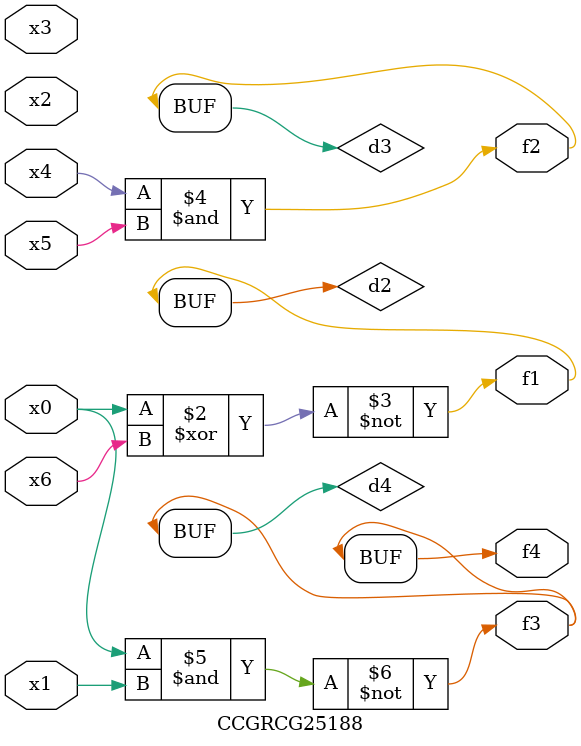
<source format=v>
module CCGRCG25188(
	input x0, x1, x2, x3, x4, x5, x6,
	output f1, f2, f3, f4
);

	wire d1, d2, d3, d4;

	nor (d1, x0);
	xnor (d2, x0, x6);
	and (d3, x4, x5);
	nand (d4, x0, x1);
	assign f1 = d2;
	assign f2 = d3;
	assign f3 = d4;
	assign f4 = d4;
endmodule

</source>
